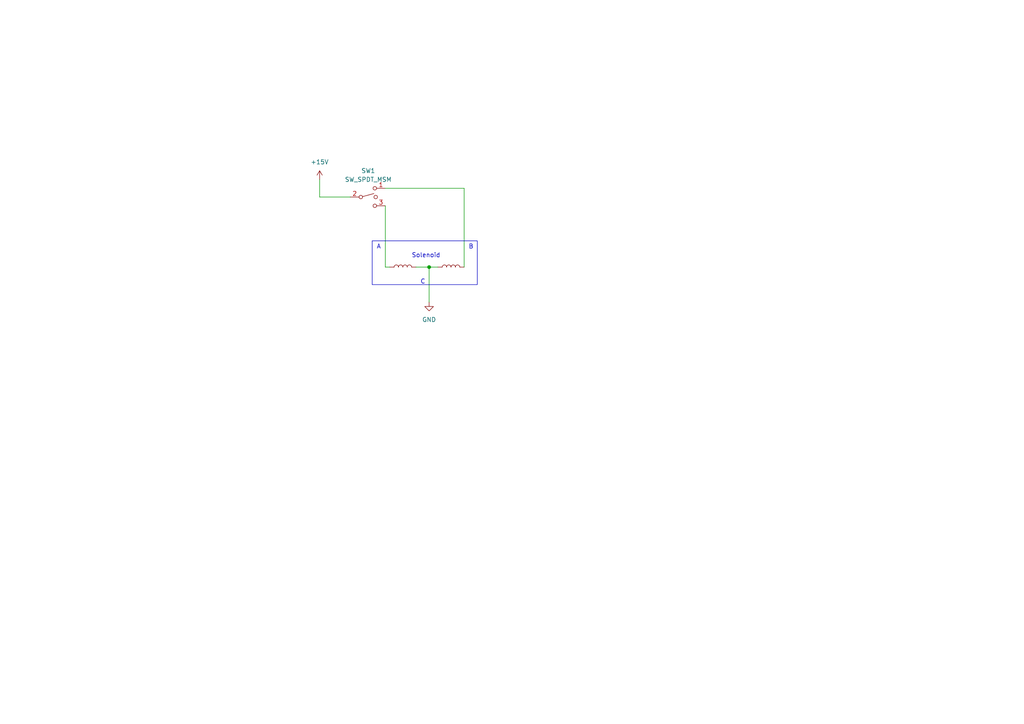
<source format=kicad_sch>
(kicad_sch (version 20230121) (generator eeschema)
  (paper "A4")
  (lib_symbols
    (symbol "Device:L" (pin_numbers hide) (pin_names (offset 1.016) hide)
      (property "Reference" "L" (at -1.27 0 90))
      (property "Value" "L" (at 1.905 0 90))
      (symbol "L_0_1"
        (arc (start 0 -2.54) (mid 0.6323 -1.905) (end 0 -1.27))
        (arc (start 0 -1.27) (mid 0.6323 -0.635) (end 0 0))
        (arc (start 0 0) (mid 0.6323 0.635) (end 0 1.27))
        (arc (start 0 1.27) (mid 0.6323 1.905) (end 0 2.54))
      )
      (symbol "L_1_1"
        (pin passive line (at 0 3.81 270) (length 1.27) (name "1") (number "1"))
        (pin passive line (at 0 -3.81 90) (length 1.27) (name "2") (number "2"))
      )
    )
    (symbol "Switch:SW_SPDT_MSM" (pin_names (offset 0) hide)
      (property "Reference" "SW" (at 0 5.08 0))
      (property "Value" "SW_SPDT_MSM" (at 0 -5.08 0))
      (symbol "SW_SPDT_MSM_0_0"
        (circle (center -2.032 0) (radius 0.508))
        (polyline (pts (xy -1.524 0.127) (xy 1.778 1.016)))
        (circle (center 2.032 -2.54) (radius 0.508))
      )
      (symbol "SW_SPDT_MSM_0_1"
        (circle (center 2.032 2.54) (radius 0.508))
        (circle (center 2.286 0) (radius 0.508))
      )
      (symbol "SW_SPDT_MSM_1_1"
        (pin passive line (at 5.08 2.54 180) (length 2.54) (name "1") (number "1"))
        (pin passive line (at -5.08 0 0) (length 2.54) (name "2") (number "2"))
        (pin passive line (at 5.08 -2.54 180) (length 2.54) (name "3") (number "3"))
      )
    )
    (symbol "power:+15V" (power) (pin_names (offset 0))
      (property "Value" "+15V" (at 0 3.556 0))
      (symbol "+15V_0_1"
        (polyline (pts (xy -0.762 1.27) (xy 0 2.54)))
        (polyline (pts (xy 0 0) (xy 0 2.54)))
        (polyline (pts (xy 0 2.54) (xy 0.762 1.27)))
      )
      (symbol "+15V_1_1"
        (pin power_in line (at 0 0 90) (length 0) hide (name "+15V") (number "1"))
      )
    )
    (symbol "power:GND" (power) (pin_names (offset 0))
      (property "Value" "GND" (at 0 -3.81 0))
      (symbol "GND_0_1"
        (polyline (pts (xy 0 0) (xy 0 -1.27) (xy 1.27 -1.27) (xy 0 -2.54) (xy -1.27 -1.27) (xy 0 -1.27)))
      )
      (symbol "GND_1_1"
        (pin power_in line (at 0 0 270) (length 0) hide (name "GND") (number "1"))
      )
    )
  )
  (junction (at 124.46 77.47))
  (wire (pts (xy 92.71 52.07) (xy 92.71 57.15)))
  (wire (pts (xy 92.71 57.15) (xy 101.6 57.15)))
  (wire (pts (xy 111.76 59.69) (xy 111.76 77.47)))
  (wire (pts (xy 120.65 77.47) (xy 124.46 77.47)))
  (wire (pts (xy 111.76 54.61) (xy 134.62 54.61)))
  (wire (pts (xy 111.76 77.47) (xy 113.03 77.47)))
  (wire (pts (xy 124.46 77.47) (xy 127 77.47)))
  (wire (pts (xy 124.46 87.63) (xy 124.46 77.47)))
  (wire (pts (xy 134.62 54.61) (xy 134.62 77.47)))
  (rectangle (start 107.95 69.85) (end 138.43 82.55))
  (text "A" (at 109.22 72.39 0) (effects (font (size 1.27 1.27)) (justify left bottom)))
  (text "B" (at 135.89 72.39 0) (effects (font (size 1.27 1.27)) (justify left bottom)))
  (text "Solenoid" (at 119.38 74.93 0) (effects (font (size 1.27 1.27)) (justify left bottom)))
  (text "C" (at 121.92 82.55 0) (effects (font (size 1.27 1.27)) (justify left bottom)))
  (symbol (lib_id "Device:L") (at 116.84 77.47 90) (unit 1)
    (property "Reference" "L1" (effects hide))
    (property "Value" "L" (effects hide))
  )
  (symbol (lib_id "Device:L") (at 130.81 77.47 90) (unit 1)
    (property "Reference" "L2" (effects hide))
    (property "Value" "L" (effects hide))
  )
  (symbol (lib_id "Switch:SW_SPDT_MSM") (at 106.68 57.15 0) (unit 1)
    (property "Reference" "SW1" (at 106.807 49.53 0))
    (property "Value" "SW_SPDT_MSM" (at 106.807 52.07 0))
  )
  (symbol (lib_id "power:GND") (at 124.46 87.63 0) (unit 1)
    (property "Reference" "#PWR01" (effects hide))
    (property "Value" "GND" (at 124.46 92.71 0))
  )
  (symbol (lib_id "power:+15V") (at 92.71 52.07 0) (unit 1)
    (property "Reference" "#PWR02" (effects hide))
    (property "Value" "+15V" (at 92.71 46.99 0))
  )
)
</source>
